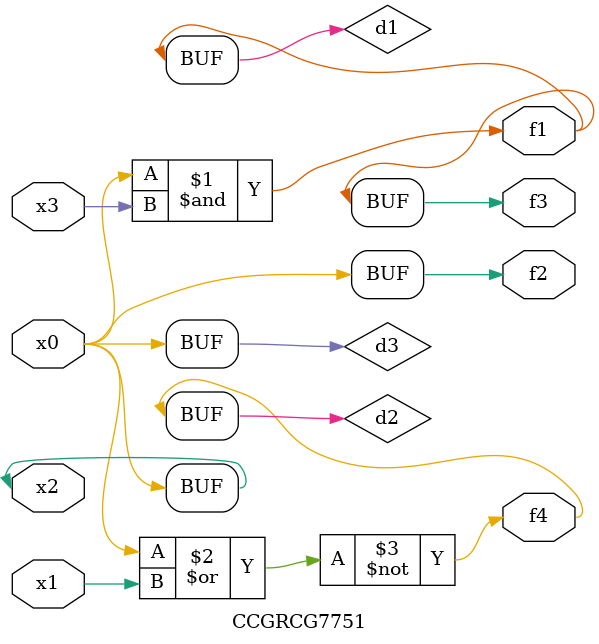
<source format=v>
module CCGRCG7751(
	input x0, x1, x2, x3,
	output f1, f2, f3, f4
);

	wire d1, d2, d3;

	and (d1, x2, x3);
	nor (d2, x0, x1);
	buf (d3, x0, x2);
	assign f1 = d1;
	assign f2 = d3;
	assign f3 = d1;
	assign f4 = d2;
endmodule

</source>
